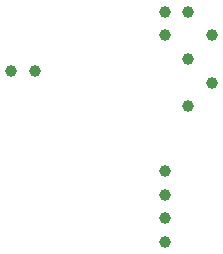
<source format=gbp>
G04 Layer_Color=128*
%FSLAX25Y25*%
%MOIN*%
G70*
G01*
G75*
%ADD13C,0.03937*%
D13*
X204724Y92520D02*
D03*
Y100394D02*
D03*
Y108268D02*
D03*
Y116142D02*
D03*
X220472Y145669D02*
D03*
X212598Y137795D02*
D03*
Y153543D02*
D03*
X220472Y161417D02*
D03*
X212598Y169291D02*
D03*
X204724Y161417D02*
D03*
X161417Y149606D02*
D03*
X153543D02*
D03*
X204724Y169291D02*
D03*
M02*

</source>
